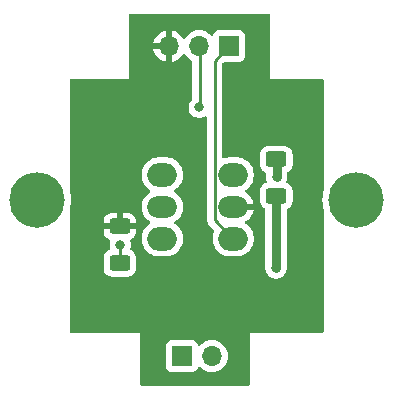
<source format=gbr>
%TF.GenerationSoftware,KiCad,Pcbnew,8.0.5*%
%TF.CreationDate,2024-09-21T18:14:30+02:00*%
%TF.ProjectId,KorryLargePCB_SMD,4b6f7272-794c-4617-9267-655043425f53,rev?*%
%TF.SameCoordinates,Original*%
%TF.FileFunction,Copper,L1,Top*%
%TF.FilePolarity,Positive*%
%FSLAX46Y46*%
G04 Gerber Fmt 4.6, Leading zero omitted, Abs format (unit mm)*
G04 Created by KiCad (PCBNEW 8.0.5) date 2024-09-21 18:14:30*
%MOMM*%
%LPD*%
G01*
G04 APERTURE LIST*
G04 Aperture macros list*
%AMRoundRect*
0 Rectangle with rounded corners*
0 $1 Rounding radius*
0 $2 $3 $4 $5 $6 $7 $8 $9 X,Y pos of 4 corners*
0 Add a 4 corners polygon primitive as box body*
4,1,4,$2,$3,$4,$5,$6,$7,$8,$9,$2,$3,0*
0 Add four circle primitives for the rounded corners*
1,1,$1+$1,$2,$3*
1,1,$1+$1,$4,$5*
1,1,$1+$1,$6,$7*
1,1,$1+$1,$8,$9*
0 Add four rect primitives between the rounded corners*
20,1,$1+$1,$2,$3,$4,$5,0*
20,1,$1+$1,$4,$5,$6,$7,0*
20,1,$1+$1,$6,$7,$8,$9,0*
20,1,$1+$1,$8,$9,$2,$3,0*%
G04 Aperture macros list end*
%TA.AperFunction,SMDPad,CuDef*%
%ADD10RoundRect,0.250000X0.625000X-0.400000X0.625000X0.400000X-0.625000X0.400000X-0.625000X-0.400000X0*%
%TD*%
%TA.AperFunction,ComponentPad*%
%ADD11R,1.700000X1.700000*%
%TD*%
%TA.AperFunction,ComponentPad*%
%ADD12O,1.700000X1.700000*%
%TD*%
%TA.AperFunction,SMDPad,CuDef*%
%ADD13RoundRect,0.250000X-0.625000X0.400000X-0.625000X-0.400000X0.625000X-0.400000X0.625000X0.400000X0*%
%TD*%
%TA.AperFunction,ComponentPad*%
%ADD14C,3.100000*%
%TD*%
%TA.AperFunction,ConnectorPad*%
%ADD15C,4.700000*%
%TD*%
%TA.AperFunction,ComponentPad*%
%ADD16O,2.500000X2.000000*%
%TD*%
%TA.AperFunction,ComponentPad*%
%ADD17O,2.500000X1.850000*%
%TD*%
%TA.AperFunction,ViaPad*%
%ADD18C,0.800000*%
%TD*%
%TA.AperFunction,Conductor*%
%ADD19C,0.250000*%
%TD*%
%TA.AperFunction,Conductor*%
%ADD20C,0.800000*%
%TD*%
G04 APERTURE END LIST*
D10*
%TO.P,RG-1,1*%
%TO.N,Net-(DG-1-K)*%
X54500000Y-41360000D03*
%TO.P,RG-1,2*%
%TO.N,GND*%
X54500000Y-38260000D03*
%TD*%
D11*
%TO.P,J2,1,Pin_1*%
%TO.N,+9V*%
X59750000Y-49250000D03*
D12*
%TO.P,J2,2,Pin_2*%
%TO.N,/LED_PCB*%
X62290000Y-49250000D03*
%TD*%
D11*
%TO.P,J1,1,Pin_1*%
%TO.N,/BTN_INPUT*%
X63750000Y-23000000D03*
D12*
%TO.P,J1,2,Pin_2*%
%TO.N,/LED_INPUT*%
X61210000Y-23000000D03*
%TO.P,J1,3,Pin_3*%
%TO.N,GND*%
X58670000Y-23000000D03*
%TD*%
D13*
%TO.P,RW-1,1*%
%TO.N,/LED_PCB*%
X67750000Y-32580000D03*
%TO.P,RW-1,2*%
%TO.N,Net-(DW-1-K)*%
X67750000Y-35680000D03*
%TD*%
D14*
%TO.P,H2,1*%
%TO.N,N/C*%
X74500000Y-36000000D03*
D15*
X74500000Y-36000000D03*
%TD*%
D14*
%TO.P,H1,1*%
%TO.N,N/C*%
X47500000Y-36000000D03*
D15*
X47500000Y-36000000D03*
%TD*%
D16*
%TO.P,S1,1*%
%TO.N,unconnected-(S1-Pad1)*%
X64100000Y-33900000D03*
D17*
%TO.P,S1,2*%
%TO.N,GND*%
X64100000Y-36600000D03*
D16*
%TO.P,S1,3*%
%TO.N,/BTN_INPUT*%
X64100000Y-39300000D03*
%TO.P,S1,4*%
%TO.N,unconnected-(S1-Pad4)*%
X58100000Y-39300000D03*
D17*
%TO.P,S1,5*%
%TO.N,unconnected-(S1-Pad5)*%
X58100000Y-36600000D03*
D16*
%TO.P,S1,6*%
%TO.N,unconnected-(S1-Pad6)*%
X58100000Y-33900000D03*
%TD*%
D18*
%TO.N,/LED_INPUT*%
X61225000Y-28175000D03*
%TO.N,/LED_PCB*%
X67775000Y-34100000D03*
%TO.N,Net-(DG-1-K)*%
X54550000Y-39825000D03*
%TO.N,Net-(DW-1-K)*%
X67725000Y-41775000D03*
%TD*%
D19*
%TO.N,/LED_INPUT*%
X61250000Y-28150000D02*
X61225000Y-28175000D01*
X61250000Y-23000000D02*
X61250000Y-28150000D01*
%TO.N,/BTN_INPUT*%
X62525000Y-24225000D02*
X62525000Y-37725000D01*
X63750000Y-23000000D02*
X62525000Y-24225000D01*
X62525000Y-37725000D02*
X64100000Y-39300000D01*
D20*
%TO.N,/LED_PCB*%
X67775000Y-34100000D02*
X67775000Y-32605000D01*
D19*
%TO.N,Net-(DG-1-K)*%
X54550000Y-39825000D02*
X54550000Y-41310000D01*
D20*
%TO.N,Net-(DW-1-K)*%
X67725000Y-41775000D02*
X67725000Y-35705000D01*
%TD*%
%TA.AperFunction,Conductor*%
%TO.N,GND*%
G36*
X67193039Y-20269685D02*
G01*
X67238794Y-20322489D01*
X67250000Y-20374000D01*
X67250000Y-25750000D01*
X71626000Y-25750000D01*
X71693039Y-25769685D01*
X71738794Y-25822489D01*
X71750000Y-25874000D01*
X71750000Y-35228605D01*
X71744791Y-35264169D01*
X71721634Y-35341516D01*
X71721632Y-35341523D01*
X71663977Y-35668504D01*
X71663976Y-35668515D01*
X71644669Y-35999996D01*
X71644669Y-36000003D01*
X71663976Y-36331484D01*
X71663977Y-36331495D01*
X71721631Y-36658467D01*
X71721634Y-36658481D01*
X71721635Y-36658485D01*
X71741848Y-36726000D01*
X71744791Y-36735831D01*
X71750000Y-36771394D01*
X71750000Y-47126000D01*
X71730315Y-47193039D01*
X71677511Y-47238794D01*
X71626000Y-47250000D01*
X65500000Y-47250000D01*
X65500000Y-51626000D01*
X65480315Y-51693039D01*
X65427511Y-51738794D01*
X65376000Y-51750000D01*
X56374000Y-51750000D01*
X56306961Y-51730315D01*
X56261206Y-51677511D01*
X56250000Y-51626000D01*
X56250000Y-48352135D01*
X58399500Y-48352135D01*
X58399500Y-50147870D01*
X58399501Y-50147876D01*
X58405908Y-50207483D01*
X58456202Y-50342328D01*
X58456206Y-50342335D01*
X58542452Y-50457544D01*
X58542455Y-50457547D01*
X58657664Y-50543793D01*
X58657671Y-50543797D01*
X58792517Y-50594091D01*
X58792516Y-50594091D01*
X58799444Y-50594835D01*
X58852127Y-50600500D01*
X60647872Y-50600499D01*
X60707483Y-50594091D01*
X60842331Y-50543796D01*
X60957546Y-50457546D01*
X61043796Y-50342331D01*
X61092810Y-50210916D01*
X61134681Y-50154984D01*
X61200145Y-50130566D01*
X61268418Y-50145417D01*
X61296673Y-50166569D01*
X61418599Y-50288495D01*
X61515384Y-50356265D01*
X61612165Y-50424032D01*
X61612167Y-50424033D01*
X61612170Y-50424035D01*
X61826337Y-50523903D01*
X62054592Y-50585063D01*
X62231034Y-50600500D01*
X62289999Y-50605659D01*
X62290000Y-50605659D01*
X62290001Y-50605659D01*
X62348966Y-50600500D01*
X62525408Y-50585063D01*
X62753663Y-50523903D01*
X62967830Y-50424035D01*
X63161401Y-50288495D01*
X63328495Y-50121401D01*
X63464035Y-49927830D01*
X63563903Y-49713663D01*
X63625063Y-49485408D01*
X63645659Y-49250000D01*
X63625063Y-49014592D01*
X63563903Y-48786337D01*
X63464035Y-48572171D01*
X63328495Y-48378599D01*
X63328494Y-48378597D01*
X63161402Y-48211506D01*
X63161395Y-48211501D01*
X62967834Y-48075967D01*
X62967830Y-48075965D01*
X62967828Y-48075964D01*
X62753663Y-47976097D01*
X62753659Y-47976096D01*
X62753655Y-47976094D01*
X62525413Y-47914938D01*
X62525403Y-47914936D01*
X62290001Y-47894341D01*
X62289999Y-47894341D01*
X62054596Y-47914936D01*
X62054586Y-47914938D01*
X61826344Y-47976094D01*
X61826335Y-47976098D01*
X61612171Y-48075964D01*
X61612169Y-48075965D01*
X61418600Y-48211503D01*
X61296673Y-48333430D01*
X61235350Y-48366914D01*
X61165658Y-48361930D01*
X61109725Y-48320058D01*
X61092810Y-48289081D01*
X61043797Y-48157671D01*
X61043793Y-48157664D01*
X60957547Y-48042455D01*
X60957544Y-48042452D01*
X60842335Y-47956206D01*
X60842328Y-47956202D01*
X60707482Y-47905908D01*
X60707483Y-47905908D01*
X60647883Y-47899501D01*
X60647881Y-47899500D01*
X60647873Y-47899500D01*
X60647864Y-47899500D01*
X58852129Y-47899500D01*
X58852123Y-47899501D01*
X58792516Y-47905908D01*
X58657671Y-47956202D01*
X58657664Y-47956206D01*
X58542455Y-48042452D01*
X58542452Y-48042455D01*
X58456206Y-48157664D01*
X58456202Y-48157671D01*
X58405908Y-48292517D01*
X58399501Y-48352116D01*
X58399500Y-48352135D01*
X56250000Y-48352135D01*
X56250000Y-47250000D01*
X50374000Y-47250000D01*
X50306961Y-47230315D01*
X50261206Y-47177511D01*
X50250000Y-47126000D01*
X50250000Y-40909983D01*
X53124500Y-40909983D01*
X53124500Y-41810001D01*
X53124501Y-41810019D01*
X53135000Y-41912796D01*
X53135001Y-41912799D01*
X53190185Y-42079331D01*
X53190187Y-42079336D01*
X53197721Y-42091551D01*
X53282288Y-42228656D01*
X53406344Y-42352712D01*
X53555666Y-42444814D01*
X53722203Y-42499999D01*
X53824991Y-42510500D01*
X55175008Y-42510499D01*
X55277797Y-42499999D01*
X55444334Y-42444814D01*
X55593656Y-42352712D01*
X55717712Y-42228656D01*
X55809814Y-42079334D01*
X55864999Y-41912797D01*
X55875500Y-41810009D01*
X55875499Y-40909992D01*
X55864999Y-40807203D01*
X55809814Y-40640666D01*
X55717712Y-40491344D01*
X55593656Y-40367288D01*
X55449172Y-40278170D01*
X55402449Y-40226223D01*
X55391226Y-40157260D01*
X55396336Y-40134322D01*
X55435674Y-40013256D01*
X55455460Y-39825000D01*
X55435674Y-39636744D01*
X55388059Y-39490203D01*
X55386065Y-39420364D01*
X55422145Y-39360531D01*
X55440894Y-39346348D01*
X55593345Y-39252315D01*
X55717315Y-39128345D01*
X55809356Y-38979124D01*
X55809358Y-38979119D01*
X55864505Y-38812697D01*
X55864506Y-38812690D01*
X55874999Y-38709986D01*
X55875000Y-38709973D01*
X55875000Y-38510000D01*
X53125001Y-38510000D01*
X53125001Y-38709986D01*
X53135494Y-38812697D01*
X53190641Y-38979119D01*
X53190643Y-38979124D01*
X53282684Y-39128345D01*
X53406654Y-39252315D01*
X53555875Y-39344356D01*
X53555882Y-39344359D01*
X53622528Y-39366443D01*
X53679973Y-39406215D01*
X53706797Y-39470731D01*
X53701456Y-39522466D01*
X53664327Y-39636739D01*
X53664326Y-39636741D01*
X53664326Y-39636744D01*
X53644540Y-39825000D01*
X53664326Y-40013256D01*
X53664327Y-40013259D01*
X53692502Y-40099973D01*
X53694497Y-40169814D01*
X53658417Y-40229647D01*
X53613575Y-40255996D01*
X53593558Y-40262629D01*
X53555668Y-40275185D01*
X53555663Y-40275187D01*
X53406342Y-40367289D01*
X53282289Y-40491342D01*
X53190187Y-40640663D01*
X53190186Y-40640666D01*
X53135001Y-40807203D01*
X53135001Y-40807204D01*
X53135000Y-40807204D01*
X53124500Y-40909983D01*
X50250000Y-40909983D01*
X50250000Y-37810013D01*
X53125000Y-37810013D01*
X53125000Y-38010000D01*
X54250000Y-38010000D01*
X54750000Y-38010000D01*
X55874999Y-38010000D01*
X55874999Y-37810028D01*
X55874998Y-37810013D01*
X55864505Y-37707302D01*
X55809358Y-37540880D01*
X55809356Y-37540875D01*
X55717315Y-37391654D01*
X55593345Y-37267684D01*
X55444124Y-37175643D01*
X55444119Y-37175641D01*
X55277697Y-37120494D01*
X55277690Y-37120493D01*
X55174986Y-37110000D01*
X54750000Y-37110000D01*
X54750000Y-38010000D01*
X54250000Y-38010000D01*
X54250000Y-37110000D01*
X53825028Y-37110000D01*
X53825012Y-37110001D01*
X53722302Y-37120494D01*
X53555880Y-37175641D01*
X53555875Y-37175643D01*
X53406654Y-37267684D01*
X53282684Y-37391654D01*
X53190643Y-37540875D01*
X53190641Y-37540880D01*
X53135494Y-37707302D01*
X53135493Y-37707309D01*
X53125000Y-37810013D01*
X50250000Y-37810013D01*
X50250000Y-36771394D01*
X50255209Y-36735831D01*
X50258152Y-36726000D01*
X50278365Y-36658485D01*
X50336024Y-36331484D01*
X50355331Y-36000000D01*
X50336024Y-35668516D01*
X50336022Y-35668504D01*
X50278367Y-35341523D01*
X50278365Y-35341516D01*
X50255209Y-35264169D01*
X50250000Y-35228605D01*
X50250000Y-33781902D01*
X56349500Y-33781902D01*
X56349500Y-34018097D01*
X56386446Y-34251368D01*
X56459433Y-34475996D01*
X56566657Y-34686433D01*
X56705483Y-34877510D01*
X56872490Y-35044517D01*
X56986299Y-35127204D01*
X57044898Y-35169779D01*
X57087563Y-35225109D01*
X57093542Y-35294723D01*
X57060936Y-35356518D01*
X57031851Y-35377971D01*
X57032027Y-35378258D01*
X57028695Y-35380299D01*
X57028326Y-35380572D01*
X57027878Y-35380800D01*
X57027875Y-35380802D01*
X56846355Y-35512683D01*
X56846350Y-35512687D01*
X56687687Y-35671350D01*
X56687683Y-35671355D01*
X56555805Y-35852871D01*
X56453938Y-36052793D01*
X56384599Y-36266194D01*
X56349500Y-36487805D01*
X56349500Y-36712194D01*
X56384599Y-36933805D01*
X56453938Y-37147206D01*
X56555805Y-37347128D01*
X56687683Y-37528644D01*
X56687687Y-37528649D01*
X56846350Y-37687312D01*
X56846355Y-37687316D01*
X57027875Y-37819197D01*
X57027876Y-37819198D01*
X57028307Y-37819418D01*
X57028441Y-37819544D01*
X57032027Y-37821742D01*
X57031565Y-37822495D01*
X57079103Y-37867392D01*
X57095898Y-37935213D01*
X57073360Y-38001348D01*
X57044898Y-38030220D01*
X56872488Y-38155484D01*
X56705485Y-38322487D01*
X56705485Y-38322488D01*
X56705483Y-38322490D01*
X56645862Y-38404550D01*
X56566657Y-38513566D01*
X56459433Y-38724003D01*
X56386446Y-38948631D01*
X56349500Y-39181902D01*
X56349500Y-39418097D01*
X56386446Y-39651368D01*
X56459433Y-39875996D01*
X56529371Y-40013256D01*
X56566657Y-40086433D01*
X56705483Y-40277510D01*
X56872490Y-40444517D01*
X57063567Y-40583343D01*
X57162991Y-40634002D01*
X57274003Y-40690566D01*
X57274005Y-40690566D01*
X57274008Y-40690568D01*
X57394412Y-40729689D01*
X57498631Y-40763553D01*
X57731903Y-40800500D01*
X57731908Y-40800500D01*
X58468097Y-40800500D01*
X58701368Y-40763553D01*
X58925992Y-40690568D01*
X59136433Y-40583343D01*
X59327510Y-40444517D01*
X59494517Y-40277510D01*
X59633343Y-40086433D01*
X59740568Y-39875992D01*
X59813553Y-39651368D01*
X59833969Y-39522466D01*
X59850500Y-39418097D01*
X59850500Y-39181902D01*
X59813553Y-38948631D01*
X59740569Y-38724011D01*
X59740568Y-38724008D01*
X59740566Y-38724005D01*
X59740566Y-38724003D01*
X59633342Y-38513566D01*
X59630751Y-38510000D01*
X59494517Y-38322490D01*
X59327510Y-38155483D01*
X59155101Y-38030220D01*
X59112436Y-37974890D01*
X59106457Y-37905276D01*
X59139063Y-37843481D01*
X59168150Y-37822031D01*
X59167973Y-37821742D01*
X59171343Y-37819676D01*
X59171701Y-37819413D01*
X59172125Y-37819197D01*
X59172716Y-37818768D01*
X59353644Y-37687316D01*
X59353642Y-37687316D01*
X59353651Y-37687311D01*
X59512311Y-37528651D01*
X59644197Y-37347125D01*
X59746063Y-37147202D01*
X59815400Y-36933805D01*
X59824570Y-36875908D01*
X59850500Y-36712194D01*
X59850500Y-36487805D01*
X59815400Y-36266194D01*
X59746061Y-36052793D01*
X59709105Y-35980264D01*
X59644197Y-35852875D01*
X59627347Y-35829683D01*
X59512316Y-35671355D01*
X59512312Y-35671350D01*
X59353649Y-35512687D01*
X59353644Y-35512683D01*
X59172124Y-35380802D01*
X59171683Y-35380577D01*
X59171545Y-35380447D01*
X59167973Y-35378258D01*
X59168433Y-35377507D01*
X59120891Y-35332598D01*
X59104101Y-35264776D01*
X59126645Y-35198643D01*
X59155102Y-35169779D01*
X59213701Y-35127204D01*
X59327510Y-35044517D01*
X59494517Y-34877510D01*
X59633343Y-34686433D01*
X59740568Y-34475992D01*
X59813553Y-34251368D01*
X59817000Y-34229602D01*
X59850500Y-34018097D01*
X59850500Y-33781902D01*
X59813553Y-33548631D01*
X59779689Y-33444412D01*
X59740568Y-33324008D01*
X59740566Y-33324005D01*
X59740566Y-33324003D01*
X59671293Y-33188048D01*
X59633343Y-33113567D01*
X59494517Y-32922490D01*
X59327510Y-32755483D01*
X59136433Y-32616657D01*
X58925996Y-32509433D01*
X58701368Y-32436446D01*
X58468097Y-32399500D01*
X58468092Y-32399500D01*
X57731908Y-32399500D01*
X57731903Y-32399500D01*
X57498631Y-32436446D01*
X57274003Y-32509433D01*
X57063566Y-32616657D01*
X56954550Y-32695862D01*
X56872490Y-32755483D01*
X56872488Y-32755485D01*
X56872487Y-32755485D01*
X56705485Y-32922487D01*
X56705485Y-32922488D01*
X56705483Y-32922490D01*
X56645862Y-33004550D01*
X56566657Y-33113566D01*
X56459433Y-33324003D01*
X56386446Y-33548631D01*
X56349500Y-33781902D01*
X50250000Y-33781902D01*
X50250000Y-25874000D01*
X50269685Y-25806961D01*
X50322489Y-25761206D01*
X50374000Y-25750000D01*
X55250000Y-25750000D01*
X55250000Y-22749999D01*
X57339364Y-22749999D01*
X57339364Y-22750000D01*
X58236988Y-22750000D01*
X58204075Y-22807007D01*
X58170000Y-22934174D01*
X58170000Y-23065826D01*
X58204075Y-23192993D01*
X58236988Y-23250000D01*
X57339364Y-23250000D01*
X57396567Y-23463486D01*
X57396570Y-23463492D01*
X57496399Y-23677578D01*
X57631894Y-23871082D01*
X57798917Y-24038105D01*
X57992421Y-24173600D01*
X58206507Y-24273429D01*
X58206516Y-24273433D01*
X58420000Y-24330634D01*
X58420000Y-23433012D01*
X58477007Y-23465925D01*
X58604174Y-23500000D01*
X58735826Y-23500000D01*
X58862993Y-23465925D01*
X58920000Y-23433012D01*
X58920000Y-24330633D01*
X59133483Y-24273433D01*
X59133492Y-24273429D01*
X59347578Y-24173600D01*
X59541082Y-24038105D01*
X59708105Y-23871082D01*
X59838119Y-23685405D01*
X59892696Y-23641781D01*
X59962195Y-23634588D01*
X60024549Y-23666110D01*
X60041269Y-23685405D01*
X60171505Y-23871401D01*
X60338599Y-24038495D01*
X60435384Y-24106265D01*
X60532165Y-24174032D01*
X60532166Y-24174032D01*
X60532170Y-24174035D01*
X60552905Y-24183703D01*
X60605343Y-24229873D01*
X60624500Y-24296085D01*
X60624500Y-27448547D01*
X60604815Y-27515586D01*
X60592650Y-27531519D01*
X60492466Y-27642785D01*
X60397821Y-27806715D01*
X60397818Y-27806722D01*
X60339327Y-27986740D01*
X60339326Y-27986744D01*
X60319540Y-28175000D01*
X60339326Y-28363256D01*
X60339327Y-28363259D01*
X60397818Y-28543277D01*
X60397821Y-28543284D01*
X60492467Y-28707216D01*
X60619129Y-28847888D01*
X60772265Y-28959148D01*
X60772270Y-28959151D01*
X60945192Y-29036142D01*
X60945197Y-29036144D01*
X61130354Y-29075500D01*
X61130355Y-29075500D01*
X61319644Y-29075500D01*
X61319646Y-29075500D01*
X61504803Y-29036144D01*
X61677730Y-28959151D01*
X61702614Y-28941071D01*
X61768419Y-28917591D01*
X61836474Y-28933416D01*
X61885169Y-28983521D01*
X61899500Y-29041389D01*
X61899500Y-37663393D01*
X61899500Y-37786607D01*
X61899500Y-37786609D01*
X61899499Y-37786609D01*
X61909199Y-37835368D01*
X61909199Y-37835370D01*
X61923535Y-37907444D01*
X61923539Y-37907458D01*
X61929174Y-37921063D01*
X61929175Y-37921064D01*
X61970685Y-38021281D01*
X61970687Y-38021284D01*
X62004914Y-38072507D01*
X62004915Y-38072509D01*
X62039140Y-38123731D01*
X62039141Y-38123732D01*
X62039142Y-38123733D01*
X62126267Y-38210858D01*
X62126268Y-38210858D01*
X62133335Y-38217925D01*
X62133334Y-38217925D01*
X62133338Y-38217928D01*
X62456480Y-38541070D01*
X62489965Y-38602393D01*
X62484981Y-38672085D01*
X62479284Y-38685045D01*
X62459430Y-38724010D01*
X62459430Y-38724011D01*
X62386447Y-38948627D01*
X62386447Y-38948630D01*
X62349500Y-39181902D01*
X62349500Y-39418097D01*
X62386446Y-39651368D01*
X62459433Y-39875996D01*
X62529371Y-40013256D01*
X62566657Y-40086433D01*
X62705483Y-40277510D01*
X62872490Y-40444517D01*
X63063567Y-40583343D01*
X63162991Y-40634002D01*
X63274003Y-40690566D01*
X63274005Y-40690566D01*
X63274008Y-40690568D01*
X63394412Y-40729689D01*
X63498631Y-40763553D01*
X63731903Y-40800500D01*
X63731908Y-40800500D01*
X64468097Y-40800500D01*
X64701368Y-40763553D01*
X64925992Y-40690568D01*
X65136433Y-40583343D01*
X65327510Y-40444517D01*
X65494517Y-40277510D01*
X65633343Y-40086433D01*
X65740568Y-39875992D01*
X65813553Y-39651368D01*
X65833969Y-39522466D01*
X65850500Y-39418097D01*
X65850500Y-39181902D01*
X65813553Y-38948631D01*
X65740569Y-38724011D01*
X65740568Y-38724008D01*
X65740566Y-38724005D01*
X65740566Y-38724003D01*
X65633342Y-38513566D01*
X65630751Y-38510000D01*
X65494517Y-38322490D01*
X65327510Y-38155483D01*
X65154645Y-38029889D01*
X65111981Y-37974560D01*
X65106002Y-37904946D01*
X65138608Y-37843152D01*
X65167870Y-37821573D01*
X65167711Y-37821314D01*
X65170737Y-37819459D01*
X65171252Y-37819080D01*
X65171863Y-37818768D01*
X65353326Y-37686926D01*
X65353327Y-37686926D01*
X65511926Y-37528327D01*
X65511926Y-37528326D01*
X65643768Y-37346863D01*
X65745599Y-37147010D01*
X65745600Y-37147007D01*
X65814910Y-36933689D01*
X65828166Y-36850000D01*
X64415686Y-36850000D01*
X64420080Y-36845606D01*
X64472741Y-36754394D01*
X64500000Y-36652661D01*
X64500000Y-36547339D01*
X64472741Y-36445606D01*
X64420080Y-36354394D01*
X64415686Y-36350000D01*
X65828166Y-36350000D01*
X65814910Y-36266310D01*
X65745600Y-36052992D01*
X65745599Y-36052989D01*
X65643768Y-35853136D01*
X65511926Y-35671673D01*
X65511926Y-35671672D01*
X65353327Y-35513073D01*
X65171860Y-35381229D01*
X65171234Y-35380910D01*
X65171037Y-35380724D01*
X65167711Y-35378686D01*
X65168139Y-35377987D01*
X65120439Y-35332934D01*
X65103646Y-35265113D01*
X65126185Y-35198979D01*
X65154644Y-35170111D01*
X65327510Y-35044517D01*
X65494517Y-34877510D01*
X65633343Y-34686433D01*
X65740568Y-34475992D01*
X65813553Y-34251368D01*
X65817000Y-34229602D01*
X65850500Y-34018097D01*
X65850500Y-33781902D01*
X65813553Y-33548631D01*
X65779689Y-33444412D01*
X65740568Y-33324008D01*
X65740566Y-33324005D01*
X65740566Y-33324003D01*
X65671293Y-33188048D01*
X65633343Y-33113567D01*
X65494517Y-32922490D01*
X65327510Y-32755483D01*
X65136433Y-32616657D01*
X64925996Y-32509433D01*
X64701368Y-32436446D01*
X64468097Y-32399500D01*
X64468092Y-32399500D01*
X63731908Y-32399500D01*
X63731903Y-32399500D01*
X63498630Y-32436447D01*
X63498627Y-32436447D01*
X63312818Y-32496821D01*
X63242977Y-32498816D01*
X63183144Y-32462736D01*
X63152316Y-32400035D01*
X63150500Y-32378890D01*
X63150500Y-32129983D01*
X66374500Y-32129983D01*
X66374500Y-33030001D01*
X66374501Y-33030019D01*
X66385000Y-33132796D01*
X66385001Y-33132799D01*
X66403309Y-33188048D01*
X66440186Y-33299334D01*
X66532288Y-33448656D01*
X66656344Y-33572712D01*
X66805666Y-33664814D01*
X66805667Y-33664814D01*
X66811813Y-33668605D01*
X66810706Y-33670399D01*
X66855337Y-33709687D01*
X66874500Y-33775908D01*
X66874500Y-34046306D01*
X66873821Y-34059266D01*
X66869540Y-34099999D01*
X66873821Y-34140731D01*
X66874500Y-34153692D01*
X66874500Y-34188695D01*
X66882637Y-34229602D01*
X66884341Y-34240831D01*
X66889325Y-34288253D01*
X66889325Y-34288254D01*
X66899904Y-34320811D01*
X66903590Y-34334938D01*
X66909104Y-34362662D01*
X66909105Y-34362664D01*
X66927644Y-34407423D01*
X66931012Y-34416553D01*
X66933131Y-34423074D01*
X66935128Y-34492915D01*
X66899049Y-34552749D01*
X66854207Y-34579100D01*
X66805672Y-34595183D01*
X66805663Y-34595187D01*
X66656342Y-34687289D01*
X66532289Y-34811342D01*
X66440187Y-34960663D01*
X66440186Y-34960666D01*
X66385001Y-35127203D01*
X66385001Y-35127204D01*
X66385000Y-35127204D01*
X66374500Y-35229983D01*
X66374500Y-36130001D01*
X66374501Y-36130019D01*
X66385000Y-36232796D01*
X66385001Y-36232799D01*
X66440185Y-36399331D01*
X66440186Y-36399334D01*
X66532288Y-36548656D01*
X66656344Y-36672712D01*
X66765597Y-36740099D01*
X66812321Y-36792047D01*
X66824500Y-36845638D01*
X66824500Y-41721306D01*
X66823821Y-41734266D01*
X66819540Y-41775000D01*
X66823220Y-41810009D01*
X66823821Y-41815731D01*
X66824500Y-41828692D01*
X66824500Y-41863695D01*
X66832637Y-41904602D01*
X66834341Y-41915831D01*
X66839325Y-41963253D01*
X66839325Y-41963254D01*
X66849904Y-41995811D01*
X66853590Y-42009938D01*
X66859104Y-42037662D01*
X66859105Y-42037664D01*
X66877644Y-42082423D01*
X66881012Y-42091554D01*
X66897819Y-42143279D01*
X66897822Y-42143286D01*
X66911569Y-42167097D01*
X66918742Y-42181643D01*
X66926984Y-42201542D01*
X66957634Y-42247413D01*
X66961912Y-42254294D01*
X66984506Y-42293427D01*
X66992468Y-42307218D01*
X66992469Y-42307219D01*
X67006357Y-42322643D01*
X67017307Y-42336721D01*
X67025534Y-42349033D01*
X67069274Y-42392773D01*
X67073744Y-42397483D01*
X67119129Y-42447888D01*
X67119131Y-42447890D01*
X67130467Y-42456126D01*
X67145263Y-42468763D01*
X67150961Y-42474461D01*
X67150965Y-42474464D01*
X67207994Y-42512570D01*
X67211966Y-42515338D01*
X67272270Y-42559151D01*
X67278902Y-42562104D01*
X67297361Y-42572283D01*
X67298453Y-42573013D01*
X67368042Y-42601836D01*
X67370987Y-42603102D01*
X67445197Y-42636144D01*
X67445668Y-42636244D01*
X67445696Y-42636250D01*
X67456370Y-42639562D01*
X67456503Y-42639125D01*
X67462330Y-42640892D01*
X67462334Y-42640894D01*
X67542816Y-42656902D01*
X67544282Y-42657204D01*
X67630354Y-42675500D01*
X67630355Y-42675500D01*
X67819645Y-42675500D01*
X67819646Y-42675500D01*
X67905746Y-42657198D01*
X67907180Y-42656902D01*
X67987666Y-42640894D01*
X67987669Y-42640892D01*
X67987672Y-42640892D01*
X67993496Y-42639126D01*
X67993631Y-42639573D01*
X68004315Y-42636247D01*
X68004803Y-42636144D01*
X68079057Y-42603082D01*
X68081955Y-42601837D01*
X68151547Y-42573013D01*
X68152633Y-42572287D01*
X68171095Y-42562104D01*
X68177730Y-42559151D01*
X68238054Y-42515322D01*
X68241952Y-42512605D01*
X68299035Y-42474464D01*
X68304739Y-42468758D01*
X68319531Y-42456126D01*
X68330871Y-42447888D01*
X68376274Y-42397461D01*
X68380687Y-42392810D01*
X68424464Y-42349035D01*
X68432687Y-42336727D01*
X68443642Y-42322643D01*
X68457531Y-42307218D01*
X68457530Y-42307218D01*
X68457533Y-42307216D01*
X68488091Y-42254284D01*
X68492368Y-42247408D01*
X68523012Y-42201548D01*
X68523013Y-42201547D01*
X68531259Y-42181637D01*
X68538433Y-42167091D01*
X68552177Y-42143287D01*
X68552178Y-42143286D01*
X68552179Y-42143284D01*
X68568995Y-42091528D01*
X68572355Y-42082423D01*
X68590894Y-42037666D01*
X68596411Y-42009927D01*
X68600094Y-41995813D01*
X68610674Y-41963256D01*
X68615656Y-41915837D01*
X68617361Y-41904604D01*
X68625500Y-41863695D01*
X68625500Y-41828692D01*
X68626179Y-41815731D01*
X68626780Y-41810009D01*
X68630460Y-41775000D01*
X68626179Y-41734266D01*
X68625500Y-41721306D01*
X68625500Y-36875908D01*
X68645185Y-36808869D01*
X68689271Y-36770363D01*
X68688187Y-36768605D01*
X68694332Y-36764814D01*
X68694334Y-36764814D01*
X68843656Y-36672712D01*
X68967712Y-36548656D01*
X69059814Y-36399334D01*
X69114999Y-36232797D01*
X69125500Y-36130009D01*
X69125499Y-35229992D01*
X69125357Y-35228605D01*
X69114999Y-35127203D01*
X69114998Y-35127200D01*
X69087600Y-35044519D01*
X69059814Y-34960666D01*
X68967712Y-34811344D01*
X68843656Y-34687288D01*
X68694334Y-34595186D01*
X68694332Y-34595185D01*
X68694324Y-34595182D01*
X68690926Y-34594056D01*
X68688900Y-34592653D01*
X68687791Y-34592136D01*
X68687879Y-34591946D01*
X68633484Y-34554279D01*
X68606665Y-34489762D01*
X68612007Y-34438036D01*
X68614303Y-34430970D01*
X68618990Y-34416542D01*
X68622355Y-34407423D01*
X68640894Y-34362666D01*
X68646411Y-34334927D01*
X68650094Y-34320813D01*
X68660674Y-34288256D01*
X68665656Y-34240837D01*
X68667361Y-34229604D01*
X68675500Y-34188695D01*
X68675500Y-34153692D01*
X68676179Y-34140731D01*
X68680460Y-34100000D01*
X68676179Y-34059266D01*
X68675500Y-34046306D01*
X68675500Y-33745638D01*
X68695185Y-33678599D01*
X68734401Y-33640100D01*
X68843656Y-33572712D01*
X68967712Y-33448656D01*
X69059814Y-33299334D01*
X69114999Y-33132797D01*
X69125500Y-33030009D01*
X69125499Y-32129992D01*
X69114999Y-32027203D01*
X69059814Y-31860666D01*
X68967712Y-31711344D01*
X68843656Y-31587288D01*
X68694334Y-31495186D01*
X68527797Y-31440001D01*
X68527795Y-31440000D01*
X68425010Y-31429500D01*
X67074998Y-31429500D01*
X67074981Y-31429501D01*
X66972203Y-31440000D01*
X66972200Y-31440001D01*
X66805668Y-31495185D01*
X66805663Y-31495187D01*
X66656342Y-31587289D01*
X66532289Y-31711342D01*
X66440187Y-31860663D01*
X66440186Y-31860666D01*
X66385001Y-32027203D01*
X66385001Y-32027204D01*
X66385000Y-32027204D01*
X66374500Y-32129983D01*
X63150500Y-32129983D01*
X63150500Y-24535452D01*
X63170185Y-24468413D01*
X63186819Y-24447771D01*
X63247772Y-24386818D01*
X63309095Y-24353333D01*
X63335453Y-24350499D01*
X64647871Y-24350499D01*
X64647872Y-24350499D01*
X64707483Y-24344091D01*
X64842331Y-24293796D01*
X64957546Y-24207546D01*
X65043796Y-24092331D01*
X65094091Y-23957483D01*
X65100500Y-23897873D01*
X65100499Y-22102128D01*
X65094091Y-22042517D01*
X65092810Y-22039083D01*
X65043797Y-21907671D01*
X65043793Y-21907664D01*
X64957547Y-21792455D01*
X64957544Y-21792452D01*
X64842335Y-21706206D01*
X64842328Y-21706202D01*
X64707482Y-21655908D01*
X64707483Y-21655908D01*
X64647883Y-21649501D01*
X64647881Y-21649500D01*
X64647873Y-21649500D01*
X64647864Y-21649500D01*
X62852129Y-21649500D01*
X62852123Y-21649501D01*
X62792516Y-21655908D01*
X62657671Y-21706202D01*
X62657664Y-21706206D01*
X62542455Y-21792452D01*
X62542452Y-21792455D01*
X62456206Y-21907664D01*
X62456203Y-21907669D01*
X62407189Y-22039083D01*
X62365317Y-22095016D01*
X62299853Y-22119433D01*
X62231580Y-22104581D01*
X62203326Y-22083430D01*
X62081402Y-21961506D01*
X62081395Y-21961501D01*
X61887834Y-21825967D01*
X61887830Y-21825965D01*
X61887828Y-21825964D01*
X61673663Y-21726097D01*
X61673659Y-21726096D01*
X61673655Y-21726094D01*
X61445413Y-21664938D01*
X61445403Y-21664936D01*
X61210001Y-21644341D01*
X61209999Y-21644341D01*
X60974596Y-21664936D01*
X60974586Y-21664938D01*
X60746344Y-21726094D01*
X60746335Y-21726098D01*
X60532171Y-21825964D01*
X60532169Y-21825965D01*
X60338597Y-21961505D01*
X60171508Y-22128594D01*
X60041269Y-22314595D01*
X59986692Y-22358219D01*
X59917193Y-22365412D01*
X59854839Y-22333890D01*
X59838119Y-22314594D01*
X59708113Y-22128926D01*
X59708108Y-22128920D01*
X59541082Y-21961894D01*
X59347578Y-21826399D01*
X59133492Y-21726570D01*
X59133486Y-21726567D01*
X58920000Y-21669364D01*
X58920000Y-22566988D01*
X58862993Y-22534075D01*
X58735826Y-22500000D01*
X58604174Y-22500000D01*
X58477007Y-22534075D01*
X58420000Y-22566988D01*
X58420000Y-21669364D01*
X58419999Y-21669364D01*
X58206513Y-21726567D01*
X58206507Y-21726570D01*
X57992422Y-21826399D01*
X57992420Y-21826400D01*
X57798926Y-21961886D01*
X57798920Y-21961891D01*
X57631891Y-22128920D01*
X57631886Y-22128926D01*
X57496400Y-22322420D01*
X57496399Y-22322422D01*
X57396570Y-22536507D01*
X57396567Y-22536513D01*
X57339364Y-22749999D01*
X55250000Y-22749999D01*
X55250000Y-20374000D01*
X55269685Y-20306961D01*
X55322489Y-20261206D01*
X55374000Y-20250000D01*
X67126000Y-20250000D01*
X67193039Y-20269685D01*
G37*
%TD.AperFunction*%
%TD*%
M02*

</source>
